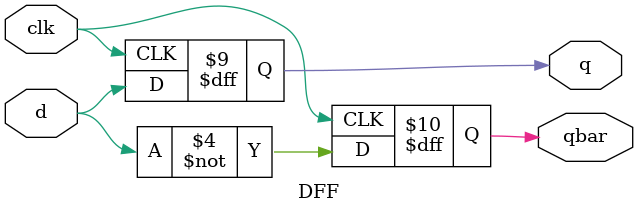
<source format=v>
`timescale 1ns / 1ps

// THIS IS THE STRUCTURAL DESIGN USING PRIMITIVES.
/*
module DFF(
    
    input d, en, 
    output q, qbar
   
    );
    
    wire r, w1, w2;
    not (r, d);
    and (w1, r, en);
    and (w2, d, en);
    nor (q, w1, qbar);
    nor (qbar, w2, q);
    
endmodule

*/
//-------------------------------------
// STRUCTURAL DESIGN USING GATES
/*
module DFF(input d, en, output q, qbar);
    
    wire r, w1, w2;
    INV I1(r, d);
    AND2 A1(w1, r, en);  //I am guessing that the total # of gates must be a part of the gate name.
    AND2 A2(w2, d, en);
    NOR2 N1(q, w1, qbar);
    NOR2 N2(qbar, w2, q);

endmodule
*/
//-------------------------------------

// THIS IS THE BEHAVIORAL DESIGN
// The reason why the above design does not work
// is because a flip flop requries sequential logic.
// Using combinational logic to drive the output of a flip flop
// will create problems in Verilog because it acts as a latch or
// some other issues arise.

module DFF
    ( d,
      clk,
      q,
      qbar
    );
    
    input  d;
    input  clk;
    output q;
    output qbar;    
    
    reg q;
    reg qbar;
    
    always @( posedge clk )
      begin
        if ( d || ~d )
          begin
            q    <=  d;
            qbar <= ~d;
          end  
      end
        
endmodule






    
    
    
    
    
    
    
    
    
    
    
    
    
    
    
    














</source>
